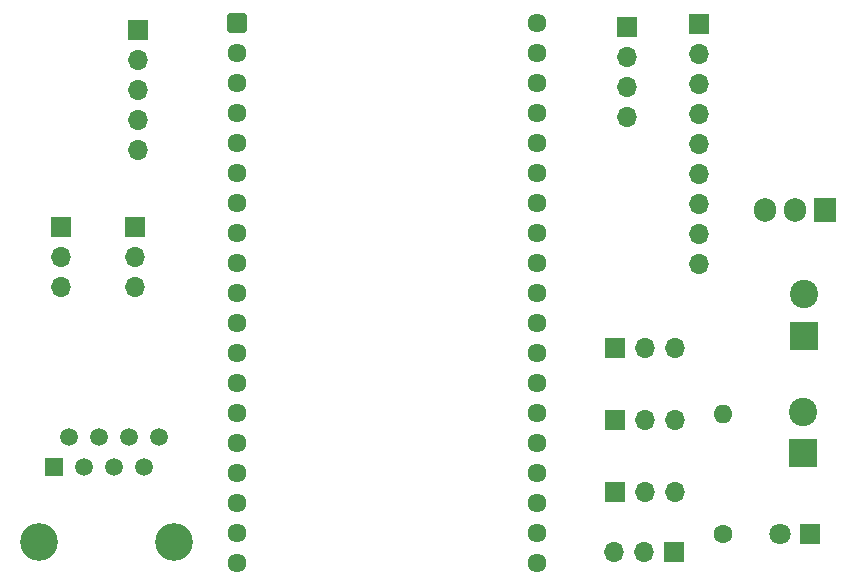
<source format=gbr>
%TF.GenerationSoftware,KiCad,Pcbnew,7.0.9*%
%TF.CreationDate,2024-05-07T23:03:21-04:00*%
%TF.ProjectId,Winder_V1,57696e64-6572-45f5-9631-2e6b69636164,rev?*%
%TF.SameCoordinates,Original*%
%TF.FileFunction,Soldermask,Bot*%
%TF.FilePolarity,Negative*%
%FSLAX46Y46*%
G04 Gerber Fmt 4.6, Leading zero omitted, Abs format (unit mm)*
G04 Created by KiCad (PCBNEW 7.0.9) date 2024-05-07 23:03:21*
%MOMM*%
%LPD*%
G01*
G04 APERTURE LIST*
G04 Aperture macros list*
%AMRoundRect*
0 Rectangle with rounded corners*
0 $1 Rounding radius*
0 $2 $3 $4 $5 $6 $7 $8 $9 X,Y pos of 4 corners*
0 Add a 4 corners polygon primitive as box body*
4,1,4,$2,$3,$4,$5,$6,$7,$8,$9,$2,$3,0*
0 Add four circle primitives for the rounded corners*
1,1,$1+$1,$2,$3*
1,1,$1+$1,$4,$5*
1,1,$1+$1,$6,$7*
1,1,$1+$1,$8,$9*
0 Add four rect primitives between the rounded corners*
20,1,$1+$1,$2,$3,$4,$5,0*
20,1,$1+$1,$4,$5,$6,$7,0*
20,1,$1+$1,$6,$7,$8,$9,0*
20,1,$1+$1,$8,$9,$2,$3,0*%
G04 Aperture macros list end*
%ADD10C,1.600000*%
%ADD11O,1.600000X1.600000*%
%ADD12R,1.700000X1.700000*%
%ADD13O,1.700000X1.700000*%
%ADD14R,1.905000X2.000000*%
%ADD15O,1.905000X2.000000*%
%ADD16RoundRect,0.102000X-0.704000X-0.704000X0.704000X-0.704000X0.704000X0.704000X-0.704000X0.704000X0*%
%ADD17C,1.612000*%
%ADD18R,1.800000X1.800000*%
%ADD19C,1.800000*%
%ADD20C,3.200000*%
%ADD21R,1.500000X1.500000*%
%ADD22C,1.500000*%
%ADD23R,2.400000X2.400000*%
%ADD24C,2.400000*%
G04 APERTURE END LIST*
D10*
%TO.C,R1*%
X160020000Y-88392000D03*
D11*
X160020000Y-78232000D03*
%TD*%
D12*
%TO.C,J1\u002CI2CScreen1*%
X151892000Y-45476000D03*
D13*
X151892000Y-48016000D03*
X151892000Y-50556000D03*
X151892000Y-53096000D03*
%TD*%
D12*
%TO.C,J6\u002CUSBJumper1*%
X155906000Y-89974000D03*
D13*
X153366000Y-89974000D03*
X150826000Y-89974000D03*
%TD*%
D14*
%TO.C,U2*%
X168656000Y-61031000D03*
D15*
X166116000Y-61031000D03*
X163576000Y-61031000D03*
%TD*%
D16*
%TO.C,U1*%
X118850000Y-45210000D03*
D17*
X118850000Y-47750000D03*
X118850000Y-50290000D03*
X118850000Y-52830000D03*
X118850000Y-55370000D03*
X118850000Y-57910000D03*
X118850000Y-60450000D03*
X118850000Y-62990000D03*
X118850000Y-65530000D03*
X118850000Y-68070000D03*
X118850000Y-70610000D03*
X118850000Y-73150000D03*
X118850000Y-75690000D03*
X118850000Y-78230000D03*
X118850000Y-80770000D03*
X118850000Y-83310000D03*
X118850000Y-85850000D03*
X118850000Y-88390000D03*
X118850000Y-90930000D03*
X144250000Y-45210000D03*
X144250000Y-47750000D03*
X144250000Y-50290000D03*
X144250000Y-52830000D03*
X144250000Y-55370000D03*
X144250000Y-57910000D03*
X144250000Y-60450000D03*
X144250000Y-62990000D03*
X144250000Y-65530000D03*
X144250000Y-68070000D03*
X144250000Y-70610000D03*
X144250000Y-73150000D03*
X144250000Y-75690000D03*
X144250000Y-78230000D03*
X144250000Y-80770000D03*
X144250000Y-83310000D03*
X144250000Y-85850000D03*
X144250000Y-88390000D03*
X144250000Y-90930000D03*
%TD*%
D18*
%TO.C,D1*%
X167391000Y-88392000D03*
D19*
X164851000Y-88392000D03*
%TD*%
D12*
%TO.C,J2*%
X157988000Y-45212000D03*
D13*
X157988000Y-47752000D03*
X157988000Y-50292000D03*
X157988000Y-52832000D03*
X157988000Y-55372000D03*
X157988000Y-57912000D03*
X157988000Y-60452000D03*
X157988000Y-62992000D03*
X157988000Y-65532000D03*
%TD*%
D20*
%TO.C,J1*%
X102143500Y-89134000D03*
X113573500Y-89134000D03*
D21*
X103413500Y-82784000D03*
D22*
X104683500Y-80244000D03*
X105953500Y-82784000D03*
X107223500Y-80244000D03*
X108493500Y-82784000D03*
X109763500Y-80244000D03*
X111033500Y-82784000D03*
X112303500Y-80244000D03*
%TD*%
D23*
%TO.C,J4\u002CPowerIn2*%
X166778000Y-81562000D03*
D24*
X166778000Y-78062000D03*
%TD*%
D12*
%TO.C,J5\u002CSpeedPot1*%
X104000000Y-62475000D03*
D13*
X104000000Y-65015000D03*
X104000000Y-67555000D03*
%TD*%
D23*
%TO.C,J4\u002CPowerIn1*%
X166878000Y-71628000D03*
D24*
X166878000Y-68128000D03*
%TD*%
D12*
%TO.C,J2\u002CPowerSW1*%
X110250000Y-62475000D03*
D13*
X110250000Y-65015000D03*
X110250000Y-67555000D03*
%TD*%
D12*
%TO.C,J1\u002CServoDrive1*%
X150876000Y-72644000D03*
D13*
X153416000Y-72644000D03*
X155956000Y-72644000D03*
%TD*%
D12*
%TO.C,J1\u002CRotaryEnc1*%
X110490000Y-45750000D03*
D13*
X110490000Y-48290000D03*
X110490000Y-50830000D03*
X110490000Y-53370000D03*
X110490000Y-55910000D03*
%TD*%
D12*
%TO.C,J3SensorDrive1*%
X150891000Y-84836000D03*
D13*
X153431000Y-84836000D03*
X155971000Y-84836000D03*
%TD*%
D12*
%TO.C,J2\u002CMotorDrive1*%
X150891000Y-78740000D03*
D13*
X153431000Y-78740000D03*
X155971000Y-78740000D03*
%TD*%
M02*

</source>
